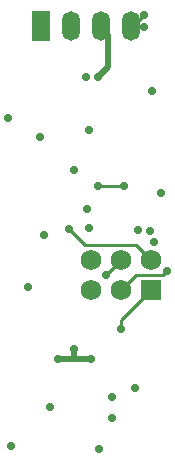
<source format=gbr>
G04 #@! TF.GenerationSoftware,KiCad,Pcbnew,(6.0.0-rc1-dev-135-gb4df06c)*
G04 #@! TF.CreationDate,2018-09-05T13:03:13+03:00*
G04 #@! TF.ProjectId,rs485-moist-sensor,72733438352D6D6F6973742D73656E73,rev?*
G04 #@! TF.SameCoordinates,Original*
G04 #@! TF.FileFunction,Copper,L4,Bot,Signal*
G04 #@! TF.FilePolarity,Positive*
%FSLAX46Y46*%
G04 Gerber Fmt 4.6, Leading zero omitted, Abs format (unit mm)*
G04 Created by KiCad (PCBNEW (6.0.0-rc1-dev-135-gb4df06c)) date 2018 September 05, Wednesday 13:03:13*
%MOMM*%
%LPD*%
G01*
G04 APERTURE LIST*
G04 #@! TA.AperFunction,SMDPad,CuDef*
%ADD10R,1.727200X1.727200*%
G04 #@! TD*
G04 #@! TA.AperFunction,BGAPad,CuDef*
%ADD11C,1.727200*%
G04 #@! TD*
G04 #@! TA.AperFunction,SMDPad,CuDef*
%ADD12O,1.500000X2.500000*%
G04 #@! TD*
G04 #@! TA.AperFunction,SMDPad,CuDef*
%ADD13R,1.500000X2.500000*%
G04 #@! TD*
G04 #@! TA.AperFunction,ViaPad*
%ADD14C,0.700000*%
G04 #@! TD*
G04 #@! TA.AperFunction,Conductor*
%ADD15C,0.254000*%
G04 #@! TD*
G04 #@! TA.AperFunction,Conductor*
%ADD16C,0.508000*%
G04 #@! TD*
G04 #@! TA.AperFunction,Conductor*
%ADD17C,0.500000*%
G04 #@! TD*
G04 APERTURE END LIST*
D10*
G04 #@! TO.P,P1,1*
G04 #@! TO.N,/SENSE_HIGH/MISO*
X100540000Y-44270000D03*
D11*
G04 #@! TO.P,P1,2*
G04 #@! TO.N,+3V3*
X100540000Y-41730000D03*
G04 #@! TO.P,P1,3*
G04 #@! TO.N,/SCK*
X98000000Y-44270000D03*
G04 #@! TO.P,P1,4*
G04 #@! TO.N,/MOSI*
X98000000Y-41730000D03*
G04 #@! TO.P,P1,5*
G04 #@! TO.N,/RESET*
X95460000Y-44270000D03*
G04 #@! TO.P,P1,6*
G04 #@! TO.N,GND*
X95460000Y-41730000D03*
G04 #@! TD*
D12*
G04 #@! TO.P,P2,4*
G04 #@! TO.N,GND*
X98870000Y-21920000D03*
G04 #@! TO.P,P2,3*
G04 #@! TO.N,/RS485B*
X96330000Y-21920000D03*
G04 #@! TO.P,P2,2*
G04 #@! TO.N,/RS485A*
X93790000Y-21920000D03*
D13*
G04 #@! TO.P,P2,1*
G04 #@! TO.N,VCC*
X91250000Y-21920000D03*
G04 #@! TD*
D14*
G04 #@! TO.N,GND*
X95300000Y-30700000D03*
X94100000Y-34100000D03*
X101400000Y-36100000D03*
X100650000Y-27450000D03*
X95100000Y-26200000D03*
X91200000Y-31350760D03*
X88500000Y-29750000D03*
X99500000Y-39200000D03*
X100000000Y-21000000D03*
X100000000Y-22000000D03*
X98870000Y-21920000D03*
X92000000Y-54200000D03*
X100800000Y-40200000D03*
X100500000Y-39300000D03*
X97300000Y-55150000D03*
X97282000Y-53340000D03*
X91500000Y-39650000D03*
X90200000Y-44000000D03*
X99250000Y-52550000D03*
X95460000Y-41730000D03*
X95200000Y-37400000D03*
X95300000Y-39000000D03*
G04 #@! TO.N,VCC*
X91250000Y-21920000D03*
G04 #@! TO.N,/SENSOR_TRACK*
X88750000Y-57500000D03*
X96184999Y-57719001D03*
G04 #@! TO.N,/RESET*
X95460000Y-44270000D03*
G04 #@! TO.N,+3V3*
X93600000Y-39100002D03*
G04 #@! TO.N,/SENSE_HIGH/MISO*
X98000000Y-47610000D03*
G04 #@! TO.N,/MOSI*
X95500000Y-50100000D03*
X92700000Y-50100000D03*
X94100000Y-49300000D03*
X96750000Y-43000000D03*
G04 #@! TO.N,/RS485B*
X96100000Y-26200000D03*
G04 #@! TO.N,/RS485A*
X93790000Y-21920000D03*
G04 #@! TO.N,/SCK*
X101900000Y-42700000D03*
X98000000Y-44270000D03*
G04 #@! TO.N,/RS485_READER_ENABLE*
X96100000Y-35500000D03*
X98300000Y-35500000D03*
G04 #@! TD*
D15*
G04 #@! TO.N,GND*
X98870000Y-21920000D02*
X99080000Y-21920000D01*
X99080000Y-21920000D02*
X100000000Y-21000000D01*
X98870000Y-21920000D02*
X99920000Y-21920000D01*
X99920000Y-21920000D02*
X100000000Y-22000000D01*
G04 #@! TO.N,+3V3*
X99310000Y-40500000D02*
X94999998Y-40500000D01*
X94999998Y-40500000D02*
X93949999Y-39450001D01*
X100540000Y-41730000D02*
X99310000Y-40500000D01*
X93949999Y-39450001D02*
X93600000Y-39100002D01*
G04 #@! TO.N,/SENSE_HIGH/MISO*
X98000000Y-47610000D02*
X98000000Y-46810000D01*
X98000000Y-46810000D02*
X100540000Y-44270000D01*
D16*
G04 #@! TO.N,/MOSI*
X95005026Y-50100000D02*
X95500000Y-50100000D01*
X94162000Y-50100000D02*
X95005026Y-50100000D01*
X94100000Y-50038000D02*
X94162000Y-50100000D01*
X93194974Y-50100000D02*
X92700000Y-50100000D01*
X94038000Y-50100000D02*
X93194974Y-50100000D01*
X94100000Y-50038000D02*
X94038000Y-50100000D01*
D17*
X94100000Y-49300000D02*
X94100000Y-50038000D01*
D15*
X96750000Y-43000000D02*
X96750000Y-42980000D01*
X96750000Y-42980000D02*
X98000000Y-41730000D01*
D16*
G04 #@! TO.N,/RS485B*
X96100000Y-26200000D02*
X96900000Y-25400000D01*
X96900000Y-25400000D02*
X96900000Y-22700000D01*
X96330000Y-22130000D02*
X96330000Y-21920000D01*
X96900000Y-22700000D02*
X96330000Y-22130000D01*
D15*
X96750000Y-21500000D02*
X96330000Y-21920000D01*
G04 #@! TO.N,/SCK*
X98000000Y-44270000D02*
X99270000Y-43000000D01*
X99270000Y-43000000D02*
X101600000Y-43000000D01*
X101600000Y-43000000D02*
X101900000Y-42700000D01*
G04 #@! TO.N,/RS485_READER_ENABLE*
X98300000Y-35500000D02*
X96100000Y-35500000D01*
G04 #@! TD*
M02*

</source>
